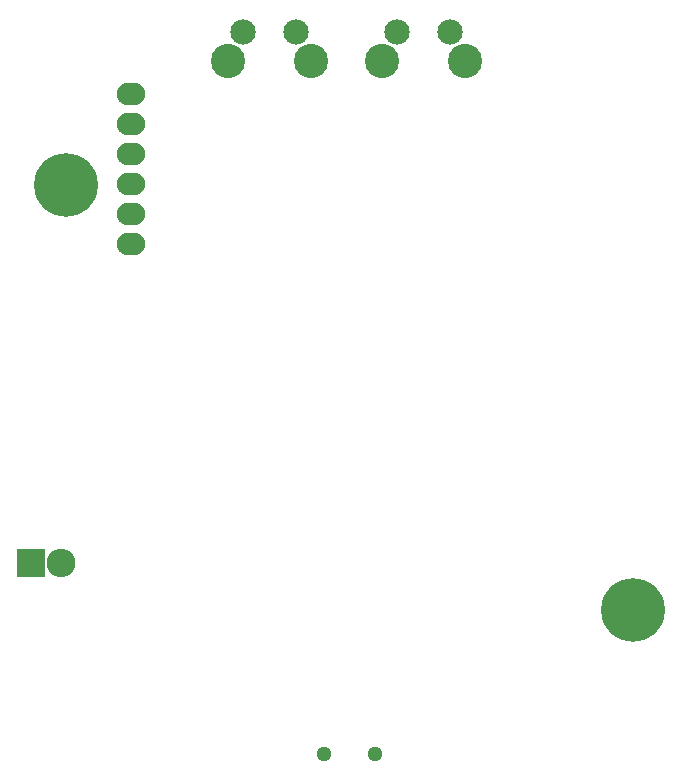
<source format=gbs>
G04 #@! TF.FileFunction,Soldermask,Bot*
%FSLAX46Y46*%
G04 Gerber Fmt 4.6, Leading zero omitted, Abs format (unit mm)*
G04 Created by KiCad (PCBNEW 4.0.2-stable) date 2016. 09. 14. 22:41:56*
%MOMM*%
G01*
G04 APERTURE LIST*
%ADD10C,0.100000*%
%ADD11R,2.432000X2.432000*%
%ADD12O,2.432000X2.432000*%
%ADD13C,1.299160*%
%ADD14O,2.400000X1.900000*%
%ADD15C,2.900000*%
%ADD16C,2.150000*%
%ADD17C,5.400000*%
G04 APERTURE END LIST*
D10*
D11*
X23000000Y-64000000D03*
D12*
X25540000Y-64000000D03*
D13*
X47800360Y-80149100D03*
X52199640Y-80149100D03*
D14*
X31500000Y-37000000D03*
X31500000Y-34460000D03*
X31500000Y-31920000D03*
X31500000Y-29380000D03*
X31500000Y-26840000D03*
X31500000Y-24300000D03*
D15*
X46760000Y-21490000D03*
D16*
X45500000Y-19000000D03*
X41000000Y-19000000D03*
D15*
X39750000Y-21490000D03*
X59760000Y-21490000D03*
D16*
X58500000Y-19000000D03*
X54000000Y-19000000D03*
D15*
X52750000Y-21490000D03*
D17*
X74000000Y-68000000D03*
X26000000Y-32000000D03*
M02*

</source>
